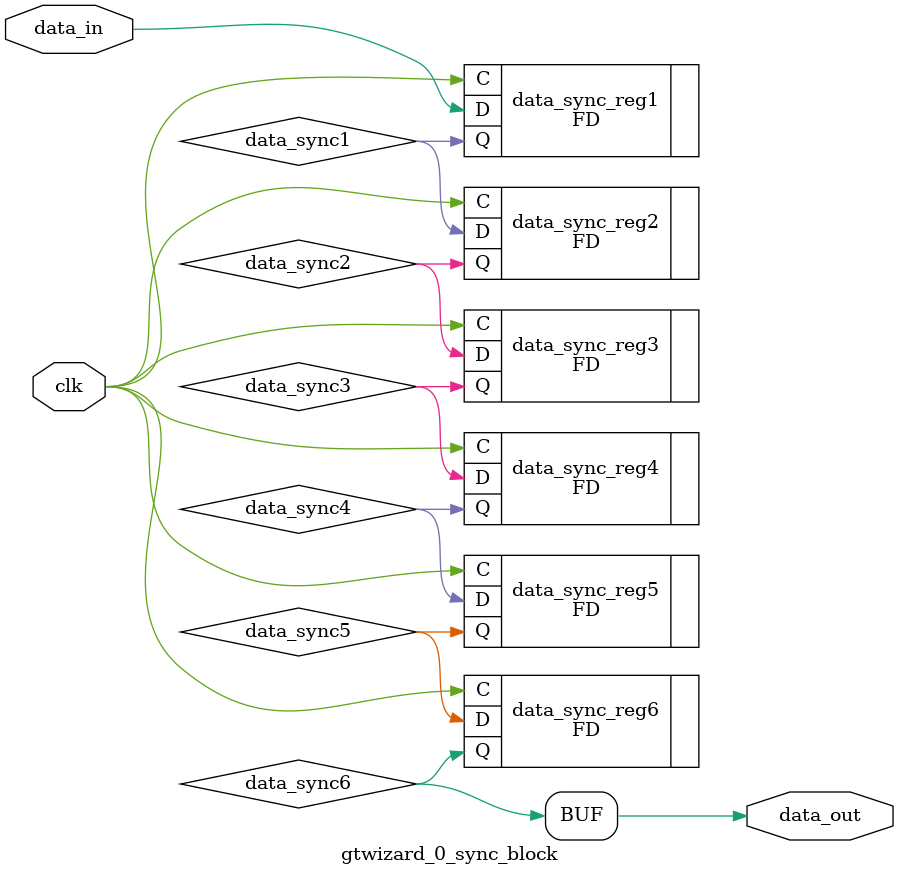
<source format=v>




`timescale 1ps / 1ps

//(* dont_touch = "yes" *)
module gtwizard_0_sync_block #(
  parameter INITIALISE = 6'b000000
)
(
  input        clk,              // clock to be sync'ed to
  input        data_in,          // Data to be 'synced'
  output       data_out          // synced data
);

  // Internal Signals
  wire data_sync1;
  wire data_sync2;
  wire data_sync3;
  wire data_sync4;
  wire data_sync5;
  wire data_sync6;


  (* shreg_extract = "no", ASYNC_REG = "TRUE" *)
  FD #(
    .INIT (INITIALISE[0])
  ) data_sync_reg1 (
    .C  (clk),
    .D  (data_in),
    .Q  (data_sync1)
  );


  (* shreg_extract = "no", ASYNC_REG = "TRUE" *)
  FD #(
   .INIT (INITIALISE[1])
  ) data_sync_reg2 (
  .C  (clk),
  .D  (data_sync1),
  .Q  (data_sync2)
  );


  (* shreg_extract = "no", ASYNC_REG = "TRUE" *)
  FD #(
   .INIT (INITIALISE[2])
  ) data_sync_reg3 (
  .C  (clk),
  .D  (data_sync2),
  .Q  (data_sync3)
  );

  (* shreg_extract = "no", ASYNC_REG = "TRUE" *)
  FD #(
   .INIT (INITIALISE[3])
  ) data_sync_reg4 (
  .C  (clk),
  .D  (data_sync3),
  .Q  (data_sync4)
  );

  (* shreg_extract = "no", ASYNC_REG = "TRUE" *)
  FD #(
   .INIT (INITIALISE[4])
  ) data_sync_reg5 (
  .C  (clk),
  .D  (data_sync4),
  .Q  (data_sync5)
  );

  (* shreg_extract = "no", ASYNC_REG = "TRUE" *)
  FD #(
   .INIT (INITIALISE[5])
  ) data_sync_reg6 (
  .C  (clk),
  .D  (data_sync5),
  .Q  (data_sync6)
  );
  assign data_out = data_sync6;



endmodule

</source>
